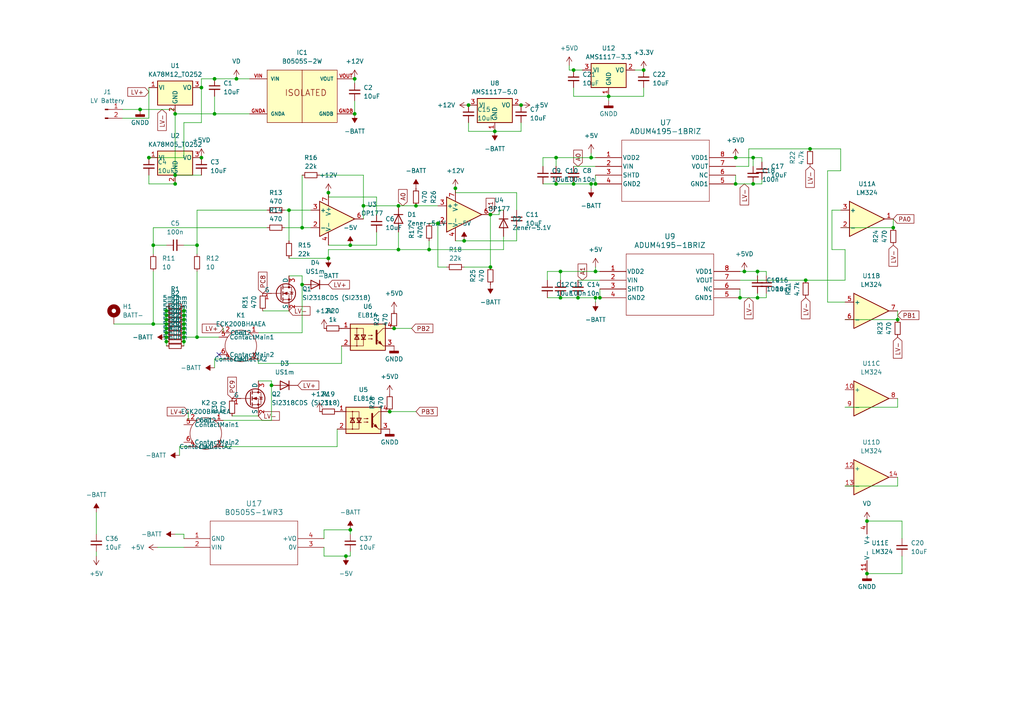
<source format=kicad_sch>
(kicad_sch (version 20230121) (generator eeschema)
  (paper "A4")
  (junction (at 48.26 97.79))
  (junction (at 313.69 24.13))
  (junction (at 506.73 83.82))
  (junction (at 102.87 33.02))
  (junction (at 218.44 53.34))
  (junction (at 497.84 63.5))
  (junction (at 215.9 78.74))
  (junction (at 53.34 95.25))
  (junction (at 115.57 72.39))
  (junction (at 102.87 22.86))
  (junction (at 405.13 120.65))
  (junction (at 53.34 91.44))
  (junction (at 381 52.07))
  (junction (at 342.9 24.13))
  (junction (at 260.35 92.71))
  (junction (at 346.71 69.85))
  (junction (at 57.15 97.79))
  (junction (at 142.24 62.23))
  (junction (at 58.42 45.72))
  (junction (at 48.26 96.52))
  (junction (at 313.69 19.05))
  (junction (at 95.25 74.93))
  (junction (at 173.99 86.36))
  (junction (at 115.57 59.69))
  (junction (at 171.45 45.72))
  (junction (at 62.23 33.02))
  (junction (at 186.69 20.32))
  (junction (at 53.34 93.98))
  (junction (at 467.36 101.6))
  (junction (at 87.63 66.04))
  (junction (at 142.24 77.47))
  (junction (at 218.44 45.72))
  (junction (at 219.71 78.74))
  (junction (at 234.95 43.18))
  (junction (at 151.13 30.48))
  (junction (at 135.89 30.48))
  (junction (at 213.36 45.72))
  (junction (at 171.45 53.34))
  (junction (at 44.45 93.98))
  (junction (at 162.56 78.74))
  (junction (at 334.01 24.13))
  (junction (at 482.6 128.27))
  (junction (at 53.34 92.71))
  (junction (at 335.28 24.13))
  (junction (at 48.26 92.71))
  (junction (at 342.9 19.05))
  (junction (at 213.36 53.34))
  (junction (at 48.26 90.17))
  (junction (at 48.26 93.98))
  (junction (at 318.77 19.05))
  (junction (at 323.85 19.05))
  (junction (at 53.34 97.79))
  (junction (at 172.72 78.74))
  (junction (at 251.46 151.13))
  (junction (at 105.41 59.69))
  (junction (at 351.79 19.05))
  (junction (at 367.03 52.07))
  (junction (at 53.34 99.06))
  (junction (at 100.33 161.29))
  (junction (at 323.85 24.13))
  (junction (at 373.38 52.07))
  (junction (at 495.3 78.74))
  (junction (at 251.46 166.37))
  (junction (at 377.19 146.05))
  (junction (at 172.72 86.36))
  (junction (at 351.79 24.13))
  (junction (at 127 64.77))
  (junction (at 50.8 53.34))
  (junction (at 53.34 96.52))
  (junction (at 259.08 66.04))
  (junction (at 219.71 86.36))
  (junction (at 48.26 95.25))
  (junction (at 68.58 22.86))
  (junction (at 370.84 52.07))
  (junction (at 48.26 99.06))
  (junction (at 40.64 31.75))
  (junction (at 176.53 27.94))
  (junction (at 162.56 86.36))
  (junction (at 132.08 54.61))
  (junction (at 233.68 81.28))
  (junction (at 214.63 86.36))
  (junction (at 78.74 111.76))
  (junction (at 482.6 78.74))
  (junction (at 53.34 90.17))
  (junction (at 143.51 38.1))
  (junction (at 375.92 52.07))
  (junction (at 101.6 153.67))
  (junction (at 43.18 45.72))
  (junction (at 44.45 71.12))
  (junction (at 83.82 60.96))
  (junction (at 120.65 59.69))
  (junction (at 172.72 53.34))
  (junction (at 334.01 19.05))
  (junction (at 95.25 55.88))
  (junction (at 48.26 91.44))
  (junction (at 161.29 45.72))
  (junction (at 134.62 69.85))
  (junction (at 62.23 22.86))
  (junction (at 166.37 53.34))
  (junction (at 378.46 52.07))
  (junction (at 485.14 78.74))
  (junction (at 166.37 20.32))
  (junction (at 58.42 25.4))
  (junction (at 347.98 59.69))
  (junction (at 50.8 33.02))
  (junction (at 101.6 71.12))
  (junction (at 114.3 95.25))
  (junction (at 57.15 71.12))
  (junction (at 113.03 119.38))
  (junction (at 466.09 106.68))
  (junction (at 485.14 83.82))
  (junction (at 167.64 86.36))
  (junction (at 515.62 86.36))
  (junction (at 161.29 53.34))
  (junction (at 50.8 50.8))
  (junction (at 87.63 82.55))
  (junction (at 124.46 72.39))
  (no_connect (at 63.5 102.87))
  (wire (pts (xy 367.03 52.07) (xy 358.14 52.07)))
  (wire (pts (xy 482.6 78.74) (xy 482.6 81.28)))
  (wire (pts (xy 219.71 85.09) (xy 219.71 86.36)))
  (wire (pts (xy 482.6 123.19) (xy 515.62 123.19)))
  (wire (pts (xy 120.65 59.69) (xy 115.57 59.69)))
  (wire (pts (xy 162.56 78.74) (xy 172.72 78.74)))
  (wire (pts (xy 219.71 78.74) (xy 219.71 80.01)))
  (wire (pts (xy 100.33 161.29) (xy 93.98 161.29)))
  (wire (pts (xy 53.34 45.72) (xy 53.34 35.56)))
  (wire (pts (xy 53.34 99.06) (xy 53.34 100.33)))
  (wire (pts (xy 217.17 48.26) (xy 217.17 43.18)))
  (wire (pts (xy 222.25 78.74) (xy 219.71 78.74)))
  (wire (pts (xy 381 52.07) (xy 378.46 52.07)))
  (wire (pts (xy 261.62 161.29) (xy 261.62 166.37)))
  (wire (pts (xy 57.15 97.79) (xy 63.5 97.79)))
  (wire (pts (xy 166.37 20.32) (xy 168.91 20.32)))
  (wire (pts (xy 218.44 53.34) (xy 213.36 53.34)))
  (wire (pts (xy 520.7 78.74) (xy 520.7 128.27)))
  (wire (pts (xy 129.54 77.47) (xy 127 77.47)))
  (wire (pts (xy 87.63 80.01) (xy 87.63 82.55)))
  (wire (pts (xy 114.3 95.25) (xy 119.38 95.25)))
  (wire (pts (xy 334.01 19.05) (xy 342.9 19.05)))
  (wire (pts (xy 166.37 27.94) (xy 176.53 27.94)))
  (wire (pts (xy 144.78 62.23) (xy 142.24 62.23)))
  (wire (pts (xy 83.82 69.85) (xy 83.82 60.96)))
  (wire (pts (xy 144.78 60.96) (xy 144.78 62.23)))
  (wire (pts (xy 220.98 52.07) (xy 220.98 53.34)))
  (wire (pts (xy 83.82 74.93) (xy 95.25 74.93)))
  (wire (pts (xy 482.6 83.82) (xy 485.14 83.82)))
  (wire (pts (xy 113.03 119.38) (xy 120.65 119.38)))
  (wire (pts (xy 149.86 66.04) (xy 149.86 69.85)))
  (wire (pts (xy 497.84 62.23) (xy 497.84 63.5)))
  (wire (pts (xy 245.11 118.11) (xy 260.35 118.11)))
  (wire (pts (xy 172.72 87.63) (xy 172.72 86.36)))
  (wire (pts (xy 97.79 129.54) (xy 97.79 124.46)))
  (wire (pts (xy 50.8 154.94) (xy 53.34 154.94)))
  (wire (pts (xy 77.47 66.04) (xy 44.45 66.04)))
  (wire (pts (xy 157.48 48.26) (xy 157.48 45.72)))
  (wire (pts (xy 375.92 146.05) (xy 377.19 146.05)))
  (wire (pts (xy 142.24 62.23) (xy 142.24 77.47)))
  (wire (pts (xy 220.98 45.72) (xy 218.44 45.72)))
  (wire (pts (xy 431.8 27.94) (xy 430.53 27.94)))
  (wire (pts (xy 506.73 81.28) (xy 506.73 83.82)))
  (wire (pts (xy 109.22 62.23) (xy 109.22 57.15)))
  (wire (pts (xy 165.1 19.05) (xy 165.1 20.32)))
  (wire (pts (xy 64.77 95.25) (xy 64.77 96.52)))
  (wire (pts (xy 158.75 81.28) (xy 158.75 78.74)))
  (wire (pts (xy 124.46 64.77) (xy 127 64.77)))
  (wire (pts (xy 353.06 59.69) (xy 353.06 67.31)))
  (wire (pts (xy 355.6 48.26) (xy 351.79 48.26)))
  (wire (pts (xy 87.63 96.52) (xy 74.93 96.52)))
  (wire (pts (xy 172.72 50.8) (xy 172.72 53.34)))
  (wire (pts (xy 58.42 25.4) (xy 58.42 35.56)))
  (wire (pts (xy 245.11 81.28) (xy 245.11 72.39)))
  (wire (pts (xy 161.29 45.72) (xy 171.45 45.72)))
  (wire (pts (xy 44.45 66.04) (xy 44.45 71.12)))
  (wire (pts (xy 466.09 107.95) (xy 466.09 106.68)))
  (wire (pts (xy 176.53 27.94) (xy 186.69 27.94)))
  (wire (pts (xy 466.09 101.6) (xy 467.36 101.6)))
  (wire (pts (xy 515.62 123.19) (xy 515.62 86.36)))
  (wire (pts (xy 213.36 50.8) (xy 213.36 53.34)))
  (wire (pts (xy 40.64 31.75) (xy 50.8 31.75)))
  (wire (pts (xy 528.32 78.74) (xy 520.7 78.74)))
  (wire (pts (xy 485.14 90.17) (xy 485.14 83.82)))
  (wire (pts (xy 134.62 69.85) (xy 149.86 69.85)))
  (wire (pts (xy 220.98 53.34) (xy 218.44 53.34)))
  (wire (pts (xy 378.46 52.07) (xy 375.92 52.07)))
  (wire (pts (xy 52.07 132.08) (xy 52.07 129.54)))
  (wire (pts (xy 335.28 24.13) (xy 342.9 24.13)))
  (wire (pts (xy 184.15 20.32) (xy 186.69 20.32)))
  (wire (pts (xy 53.34 154.94) (xy 53.34 156.21)))
  (wire (pts (xy 35.56 34.29) (xy 43.18 34.29)))
  (wire (pts (xy 173.99 83.82) (xy 173.99 86.36)))
  (wire (pts (xy 245.11 140.97) (xy 260.35 140.97)))
  (wire (pts (xy 373.38 52.07) (xy 370.84 52.07)))
  (wire (pts (xy 161.29 53.34) (xy 166.37 53.34)))
  (wire (pts (xy 171.45 53.34) (xy 172.72 53.34)))
  (wire (pts (xy 355.6 62.23) (xy 355.6 48.26)))
  (wire (pts (xy 220.98 46.99) (xy 220.98 45.72)))
  (wire (pts (xy 167.64 86.36) (xy 172.72 86.36)))
  (wire (pts (xy 260.35 140.97) (xy 260.35 138.43)))
  (wire (pts (xy 259.08 66.04) (xy 259.08 63.5)))
  (wire (pts (xy 74.93 105.41) (xy 74.93 104.14)))
  (wire (pts (xy 506.73 106.68) (xy 487.68 106.68)))
  (wire (pts (xy 241.3 72.39) (xy 241.3 60.96)))
  (wire (pts (xy 127 77.47) (xy 127 64.77)))
  (wire (pts (xy 243.84 43.18) (xy 243.84 49.53)))
  (wire (pts (xy 135.89 35.56) (xy 135.89 38.1)))
  (wire (pts (xy 102.87 29.21) (xy 102.87 33.02)))
  (wire (pts (xy 234.95 43.18) (xy 243.84 43.18)))
  (wire (pts (xy 101.6 161.29) (xy 100.33 161.29)))
  (wire (pts (xy 217.17 43.18) (xy 234.95 43.18)))
  (wire (pts (xy 109.22 71.12) (xy 109.22 67.31)))
  (wire (pts (xy 497.84 63.5) (xy 497.84 78.74)))
  (wire (pts (xy 482.6 78.74) (xy 485.14 78.74)))
  (wire (pts (xy 53.34 71.12) (xy 57.15 71.12)))
  (wire (pts (xy 83.82 80.01) (xy 87.63 80.01)))
  (wire (pts (xy 218.44 45.72) (xy 218.44 48.26)))
  (wire (pts (xy 132.08 55.88) (xy 132.08 54.61)))
  (wire (pts (xy 132.08 69.85) (xy 134.62 69.85)))
  (wire (pts (xy 52.07 129.54) (xy 54.61 129.54)))
  (wire (pts (xy 355.6 62.23) (xy 358.14 62.23)))
  (wire (pts (xy 261.62 151.13) (xy 251.46 151.13)))
  (wire (pts (xy 99.06 105.41) (xy 99.06 100.33)))
  (wire (pts (xy 462.28 107.95) (xy 466.09 107.95)))
  (wire (pts (xy 146.05 72.39) (xy 146.05 68.58)))
  (wire (pts (xy 214.63 83.82) (xy 214.63 86.36)))
  (wire (pts (xy 146.05 60.96) (xy 144.78 60.96)))
  (wire (pts (xy 115.57 59.69) (xy 105.41 59.69)))
  (wire (pts (xy 176.53 27.94) (xy 176.53 29.21)))
  (wire (pts (xy 43.18 45.72) (xy 53.34 45.72)))
  (wire (pts (xy 48.26 93.98) (xy 48.26 95.25)))
  (wire (pts (xy 172.72 77.47) (xy 172.72 78.74)))
  (wire (pts (xy 157.48 45.72) (xy 161.29 45.72)))
  (wire (pts (xy 342.9 19.05) (xy 351.79 19.05)))
  (wire (pts (xy 115.57 67.31) (xy 115.57 72.39)))
  (wire (pts (xy 171.45 44.45) (xy 171.45 45.72)))
  (wire (pts (xy 166.37 48.26) (xy 172.72 48.26)))
  (wire (pts (xy 420.37 27.94) (xy 422.91 27.94)))
  (wire (pts (xy 95.25 72.39) (xy 95.25 74.93)))
  (wire (pts (xy 99.06 105.41) (xy 74.93 105.41)))
  (wire (pts (xy 342.9 24.13) (xy 351.79 24.13)))
  (wire (pts (xy 157.48 53.34) (xy 161.29 53.34)))
  (wire (pts (xy 109.22 71.12) (xy 101.6 71.12)))
  (wire (pts (xy 240.03 49.53) (xy 240.03 87.63)))
  (wire (pts (xy 466.09 106.68) (xy 467.36 106.68)))
  (wire (pts (xy 303.53 24.13) (xy 313.69 24.13)))
  (wire (pts (xy 241.3 60.96) (xy 243.84 60.96)))
  (wire (pts (xy 87.63 66.04) (xy 90.17 66.04)))
  (wire (pts (xy 82.55 60.96) (xy 83.82 60.96)))
  (wire (pts (xy 92.71 50.8) (xy 105.41 50.8)))
  (wire (pts (xy 260.35 118.11) (xy 260.35 115.57)))
  (wire (pts (xy 115.57 72.39) (xy 95.25 72.39)))
  (wire (pts (xy 515.62 86.36) (xy 495.3 86.36)))
  (wire (pts (xy 313.69 24.13) (xy 323.85 24.13)))
  (wire (pts (xy 511.81 81.28) (xy 511.81 90.17)))
  (wire (pts (xy 346.71 67.31) (xy 346.71 69.85)))
  (wire (pts (xy 101.6 161.29) (xy 101.6 160.02)))
  (wire (pts (xy 53.34 35.56) (xy 58.42 35.56)))
  (wire (pts (xy 506.73 83.82) (xy 506.73 106.68)))
  (wire (pts (xy 77.47 60.96) (xy 57.15 60.96)))
  (wire (pts (xy 62.23 104.14) (xy 64.77 104.14)))
  (wire (pts (xy 33.02 93.98) (xy 44.45 93.98)))
  (wire (pts (xy 43.18 50.8) (xy 43.18 53.34)))
  (wire (pts (xy 83.82 60.96) (xy 90.17 60.96)))
  (wire (pts (xy 74.93 110.49) (xy 78.74 110.49)))
  (wire (pts (xy 53.34 95.25) (xy 53.34 96.52)))
  (wire (pts (xy 143.51 36.83) (xy 143.51 38.1)))
  (wire (pts (xy 27.94 148.59) (xy 27.94 154.94)))
  (wire (pts (xy 124.46 72.39) (xy 115.57 72.39)))
  (wire (pts (xy 171.45 54.61) (xy 171.45 53.34)))
  (wire (pts (xy 53.34 88.9) (xy 53.34 90.17)))
  (wire (pts (xy 323.85 24.13) (xy 334.01 24.13)))
  (wire (pts (xy 135.89 38.1) (xy 143.51 38.1)))
  (wire (pts (xy 165.1 20.32) (xy 166.37 20.32)))
  (wire (pts (xy 109.22 57.15) (xy 95.25 57.15)))
  (wire (pts (xy 53.34 91.44) (xy 53.34 92.71)))
  (wire (pts (xy 495.3 86.36) (xy 495.3 78.74)))
  (wire (pts (xy 318.77 19.05) (xy 323.85 19.05)))
  (wire (pts (xy 48.26 90.17) (xy 48.26 91.44)))
  (wire (pts (xy 53.34 93.98) (xy 53.34 95.25)))
  (wire (pts (xy 54.61 119.38) (xy 54.61 121.92)))
  (wire (pts (xy 76.2 90.17) (xy 83.82 90.17)))
  (wire (pts (xy 261.62 166.37) (xy 251.46 166.37)))
  (wire (pts (xy 167.64 81.28) (xy 173.99 81.28)))
  (wire (pts (xy 381 52.07) (xy 383.54 52.07)))
  (wire (pts (xy 520.7 128.27) (xy 482.6 128.27)))
  (wire (pts (xy 245.11 72.39) (xy 241.3 72.39)))
  (wire (pts (xy 48.26 88.9) (xy 48.26 90.17)))
  (wire (pts (xy 43.18 34.29) (xy 43.18 25.4)))
  (wire (pts (xy 27.94 160.02) (xy 27.94 161.29)))
  (wire (pts (xy 370.84 52.07) (xy 367.03 52.07)))
  (wire (pts (xy 45.72 158.75) (xy 53.34 158.75)))
  (wire (pts (xy 53.34 96.52) (xy 53.34 97.79)))
  (wire (pts (xy 62.23 27.94) (xy 62.23 33.02)))
  (wire (pts (xy 50.8 31.75) (xy 50.8 33.02)))
  (wire (pts (xy 161.29 45.72) (xy 161.29 48.26)))
  (wire (pts (xy 57.15 78.74) (xy 57.15 97.79)))
  (wire (pts (xy 48.26 96.52) (xy 48.26 97.79)))
  (wire (pts (xy 351.79 24.13) (xy 360.68 24.13)))
  (wire (pts (xy 393.7 120.65) (xy 405.13 120.65)))
  (wire (pts (xy 149.86 60.96) (xy 149.86 55.88)))
  (wire (pts (xy 48.26 71.12) (xy 44.45 71.12)))
  (wire (pts (xy 303.53 19.05) (xy 313.69 19.05)))
  (wire (pts (xy 82.55 66.04) (xy 87.63 66.04)))
  (wire (pts (xy 222.25 80.01) (xy 222.25 78.74)))
  (wire (pts (xy 260.35 92.71) (xy 260.35 90.17)))
  (wire (pts (xy 528.32 81.28) (xy 511.81 81.28)))
  (wire (pts (xy 243.84 49.53) (xy 240.03 49.53)))
  (wire (pts (xy 334.01 24.13) (xy 335.28 24.13)))
  (wire (pts (xy 467.36 101.6) (xy 467.36 104.14)))
  (wire (pts (xy 214.63 81.28) (xy 233.68 81.28)))
  (wire (pts (xy 78.74 110.49) (xy 78.74 111.76)))
  (wire (pts (xy 68.58 22.86) (xy 62.23 22.86)))
  (wire (pts (xy 219.71 78.74) (xy 215.9 78.74)))
  (wire (pts (xy 72.39 22.86) (xy 68.58 22.86)))
  (wire (pts (xy 57.15 60.96) (xy 57.15 71.12)))
  (wire (pts (xy 93.98 153.67) (xy 101.6 153.67)))
  (wire (pts (xy 58.42 22.86) (xy 58.42 25.4)))
  (wire (pts (xy 347.98 59.69) (xy 353.06 59.69)))
  (wire (pts (xy 48.26 91.44) (xy 48.26 92.71)))
  (wire (pts (xy 101.6 153.67) (xy 101.6 154.94)))
  (wire (pts (xy 124.46 72.39) (xy 124.46 69.85)))
  (wire (pts (xy 87.63 50.8) (xy 87.63 66.04)))
  (wire (pts (xy 222.25 85.09) (xy 222.25 86.36)))
  (wire (pts (xy 213.36 48.26) (xy 217.17 48.26)))
  (wire (pts (xy 497.84 78.74) (xy 495.3 78.74)))
  (wire (pts (xy 105.41 50.8) (xy 105.41 59.69)))
  (wire (pts (xy 243.84 66.04) (xy 259.08 66.04)))
  (wire (pts (xy 44.45 93.98) (xy 48.26 93.98)))
  (wire (pts (xy 43.18 53.34) (xy 50.8 53.34)))
  (wire (pts (xy 50.8 33.02) (xy 62.23 33.02)))
  (wire (pts (xy 53.34 92.71) (xy 53.34 93.98)))
  (wire (pts (xy 494.03 63.5) (xy 497.84 63.5)))
  (wire (pts (xy 35.56 31.75) (xy 40.64 31.75)))
  (wire (pts (xy 353.06 69.85) (xy 358.14 69.85)))
  (wire (pts (xy 162.56 86.36) (xy 167.64 86.36)))
  (wire (pts (xy 67.31 120.65) (xy 74.93 120.65)))
  (wire (pts (xy 93.98 161.29) (xy 93.98 158.75)))
  (wire (pts (xy 346.71 69.85) (xy 347.98 69.85)))
  (wire (pts (xy 171.45 45.72) (xy 172.72 45.72)))
  (wire (pts (xy 495.3 78.74) (xy 485.14 78.74)))
  (wire (pts (xy 377.19 146.05) (xy 378.46 146.05)))
  (wire (pts (xy 53.34 97.79) (xy 57.15 97.79)))
  (wire (pts (xy 78.74 121.92) (xy 64.77 121.92)))
  (wire (pts (xy 44.45 78.74) (xy 44.45 93.98)))
  (wire (pts (xy 261.62 156.21) (xy 261.62 151.13)))
  (wire (pts (xy 353.06 67.31) (xy 358.14 67.31)))
  (wire (pts (xy 62.23 106.68) (xy 62.23 104.14)))
  (wire (pts (xy 57.15 71.12) (xy 57.15 73.66)))
  (wire (pts (xy 215.9 78.74) (xy 214.63 78.74)))
  (wire (pts (xy 501.65 62.23) (xy 497.84 62.23)))
  (wire (pts (xy 93.98 156.21) (xy 93.98 153.67)))
  (wire (pts (xy 78.74 111.76) (xy 78.74 121.92)))
  (wire (pts (xy 245.11 92.71) (xy 260.35 92.71)))
  (wire (pts (xy 346.71 59.69) (xy 347.98 59.69)))
  (wire (pts (xy 511.81 90.17) (xy 485.14 90.17)))
  (wire (pts (xy 102.87 24.13) (xy 102.87 22.86)))
  (wire (pts (xy 158.75 86.36) (xy 162.56 86.36)))
  (wire (pts (xy 127 59.69) (xy 120.65 59.69)))
  (wire (pts (xy 105.41 59.69) (xy 105.41 63.5)))
  (wire (pts (xy 62.23 33.02) (xy 72.39 33.02)))
  (wire (pts (xy 166.37 25.4) (xy 166.37 27.94)))
  (wire (pts (xy 358.14 52.07) (xy 358.14 57.15)))
  (wire (pts (xy 58.42 50.8) (xy 50.8 50.8)))
  (wire (pts (xy 134.62 77.47) (xy 142.24 77.47)))
  (wire (pts (xy 50.8 50.8) (xy 50.8 53.34)))
  (wire (pts (xy 44.45 71.12) (xy 44.45 73.66)))
  (wire (pts (xy 222.25 86.36) (xy 219.71 86.36)))
  (wire (pts (xy 151.13 38.1) (xy 143.51 38.1)))
  (wire (pts (xy 53.34 90.17) (xy 53.34 91.44)))
  (wire (pts (xy 219.71 86.36) (xy 214.63 86.36)))
  (wire (pts (xy 323.85 19.05) (xy 334.01 19.05)))
  (wire (pts (xy 48.26 95.25) (xy 48.26 96.52)))
  (wire (pts (xy 166.37 53.34) (xy 171.45 53.34)))
  (wire (pts (xy 240.03 87.63) (xy 245.11 87.63)))
  (wire (pts (xy 506.73 83.82) (xy 528.32 83.82)))
  (wire (pts (xy 87.63 82.55) (xy 87.63 96.52)))
  (wire (pts (xy 124.46 72.39) (xy 146.05 72.39)))
  (wire (pts (xy 158.75 78.74) (xy 162.56 78.74)))
  (wire (pts (xy 48.26 99.06) (xy 48.26 100.33)))
  (wire (pts (xy 162.56 78.74) (xy 162.56 81.28)))
  (wire (pts (xy 233.68 81.28) (xy 245.11 81.28)))
  (wire (pts (xy 95.25 55.88) (xy 95.25 57.15)))
  (wire (pts (xy 64.77 129.54) (xy 97.79 129.54)))
  (wire (pts (xy 53.34 97.79) (xy 53.34 99.06)))
  (wire (pts (xy 313.69 19.05) (xy 318.77 19.05)))
  (wire (pts (xy 528.32 86.36) (xy 515.62 86.36)))
  (wire (pts (xy 218.44 45.72) (xy 213.36 45.72)))
  (wire (pts (xy 172.72 86.36) (xy 173.99 86.36)))
  (wire (pts (xy 62.23 22.86) (xy 58.42 22.86)))
  (wire (pts (xy 48.26 92.71) (xy 48.26 93.98)))
  (wire (pts (xy 172.72 78.74) (xy 173.99 78.74)))
  (wire (pts (xy 351.79 19.05) (xy 360.68 19.05)))
  (wire (pts (xy 149.86 55.88) (xy 132.08 55.88)))
  (wire (pts (xy 375.92 52.07) (xy 373.38 52.07)))
  (wire (pts (xy 186.69 25.4) (xy 186.69 27.94)))
  (wire (pts (xy 151.13 35.56) (xy 151.13 38.1)))
  (wire (pts (xy 101.6 71.12) (xy 95.25 71.12)))
  (wire (pts (xy 48.26 97.79) (xy 48.26 99.06)))
  (wire (pts (xy 50.8 33.02) (xy 50.8 50.8)))
  (global_label "A0" (shape input) (at 167.64 48.26 90) (property "Intersheetrefs" "${INTERSHEET_REFS}" (effects hide)))
  (global_label "SWCLK" (shape input) (at 393.7 92.71 0) (property "Intersheetrefs" "${INTERSHEET_REFS}" (effects hide)))
  (global_label "LV-" (shape input) (at 46.99 31.75 270) (property "Intersheetrefs" "${INTERSHEET_REFS}" (effects hide)))
  (global_label "LV+" (shape input) (at 43.18 26.67 180) (property "Intersheetrefs" "${INTERSHEET_REFS}" (effects hide)))
  (global_label "SCK" (shape input) (at 393.7 69.85 0) (property "Intersheetrefs" "${INTERSHEET_REFS}" (effects hide)))
  (global_label "PA0" (shape input) (at 259.08 63.5 0) (property "Intersheetrefs" "${INTERSHEET_REFS}" (effects hide)))
  (global_label "RX" (shape input) (at 462.28 107.95 180) (property "Intersheetrefs" "${INTERSHEET_REFS}" (effects hide)))
  (global_label "LV-" (shape input) (at 259.08 71.12 270) (property "Intersheetrefs" "${INTERSHEET_REFS}" (effects hide)))
  (global_label "PB1" (shape input) (at 393.7 102.87 0) (property "Intersheetrefs" "${INTERSHEET_REFS}" (effects hide)))
  (global_label "LV-" (shape input) (at 217.17 86.36 270) (property "Intersheetrefs" "${INTERSHEET_REFS}" (effects hide)))
  (global_label "LV+" (shape input) (at 54.61 119.38 180) (property "Intersheetrefs" "${INTERSHEET_REFS}" (effects hide)))
  (global_label "PC9" (shape input) (at 358.14 102.87 180) (property "Intersheetrefs" "${INTERSHEET_REFS}" (effects hide)))
  (global_label "MISO" (shape input) (at 393.7 72.39 0) (property "Intersheetrefs" "${INTERSHEET_REFS}" (effects hide)))
  (global_label "A1" (shape input) (at 168.91 81.28 90) (property "Intersheetrefs" "${INTERSHEET_REFS}" (effects hide)))
  (global_label "PB2" (shape input) (at 119.38 95.25 0) (property "Intersheetrefs" "${INTERSHEET_REFS}" (effects hide)))
  (global_label "LV+" (shape input) (at 95.25 82.55 0) (property "Intersheetrefs" "${INTERSHEET_REFS}" (effects hide)))
  (global_label "TX" (shape input) (at 358.14 90.17 180) (property "Intersheetrefs" "${INTERSHEET_REFS}" (effects hide)))
  (global_label "CTRL" (shape input) (at 393.7 64.77 0) (property "Intersheetrefs" "${INTERSHEET_REFS}" (effects hide)))
  (global_label "A0" (shape input) (at 116.84 59.69 90) (property "Intersheetrefs" "${INTERSHEET_REFS}" (effects hide)))
  (global_label "PB3" (shape input) (at 393.7 107.95 0) (property "Intersheetrefs" "${INTERSHEET_REFS}" (effects hide)))
  (global_label "LV-" (shape input) (at 83.82 90.17 0) (property "Intersheetrefs" "${INTERSHEET_REFS}" (effects hide)))
  (global_label "PA0" (shape input) (at 393.7 57.15 0) (property "Intersheetrefs" "${INTERSHEET_REFS}" (effects hide)))
  (global_label "PB2" (shape input) (at 393.7 105.41 0) (property "Intersheetrefs" "${INTERSHEET_REFS}" (effects hide)))
  (global_label "PA8" (shape input) (at 462.28 123.19 180) (property "Intersheetrefs" "${INTERSHEET_REFS}" (effects hide)))
  (global_label "NSS" (shape input) (at 393.7 67.31 0) (property "Intersheetrefs" "${INTERSHEET_REFS}" (effects hide)))
  (global_label "SWCLK" (shape input) (at 425.45 27.94 270) (property "Intersheetrefs" "${INTERSHEET_REFS}" (effects hide)))
  (global_label "NSS" (shape input) (at 453.39 30.48 270) (property "Intersheetrefs" "${INTERSHEET_REFS}" (effects hide)))
  (global_label "PB3" (shape input) (at 120.65 119.38 0) (property "Intersheetrefs" "${INTERSHEET_REFS}" (effects hide)))
  (global_label "LV-" (shape input) (at 215.9 53.34 270) (property "Intersheetrefs" "${INTERSHEET_REFS}" (effects hide)))
  (global_label "LV-" (shape input) (at 234.95 48.26 270) (property "Intersheetrefs" "${INTERSHEET_REFS}" (effects hide)))
  (global_label "CTRL" (shape input) (at 450.85 30.48 270) (property "Intersheetrefs" "${INTERSHEET_REFS}" (effects hide)))
  (global_label "PC9" (shape input) (at 67.31 115.57 90) (property "Intersheetrefs" "${INTERSHEET_REFS}" (effects hide)))
  (global_label "LV-" (shape input) (at 74.93 120.65 0) (property "Intersheetrefs" "${INTERSHEET_REFS}" (effects hide)))
  (global_label "PC8" (shape input) (at 76.2 85.09 90) (property "Intersheetrefs" "${INTERSHEET_REFS}" (effects hide)))
  (global_label "MOSI" (shape input) (at 393.7 74.93 0) (property "Intersheetrefs" "${INTERSHEET_REFS}" (effects hide)))
  (global_label "SCK" (shape input) (at 461.01 30.48 270) (property "Intersheetrefs" "${INTERSHEET_REFS}" (effects hide)))
  (global_label "PA8" (shape input) (at 393.7 77.47 0) (property "Intersheetrefs" "${INTERSHEET_REFS}" (effects hide)))
  (global_label "LV-" (shape input) (at 260.35 97.79 270) (property "Intersheetrefs" "${INTERSHEET_REFS}" (effects hide)))
  (global_label "LV+" (shape input) (at 64.77 95.25 180) (property "Intersheetrefs" "${INTERSHEET_REFS}" (effects hide)))
  (global_label "MOSI" (shape input) (at 458.47 30.48 270) (property "Intersheetrefs" "${INTERSHEET_REFS}" (effects hide)))
  (global_label "PC8" (shape input) (at 358.14 100.33 180) (property "Intersheetrefs" "${INTERSHEET_REFS}" (effects hide)))
  (global_label "PB1" (shape input) (at 260.35 91.44 0) (property "Intersheetrefs" "${INTERSHEET_REFS}" (effects hide)))
  (global_label "A1" (shape input) (at 142.24 62.23 90) (property "Intersheetrefs" "${INTERSHEET_REFS}" (effects hide)))
  (global_label "LV+" (shape input) (at 86.36 111.76 0) (property "Intersheetrefs" "${INTERSHEET_REFS}" (effects hide)))
  (global_label "SWDIO" (shape input) (at 427.99 27.94 270) (property "Intersheetrefs" "${INTERSHEET_REFS}" (effects hide)))
  (global_label "RX" (shape input) (at 358.14 92.71 180) (property "Intersheetrefs" "${INTERSHEET_REFS}" (effects hide)))
  (global_label "TX" (shape input) (at 462.28 83.82 180) (property "Intersheetrefs" "${INTERSHEET_REFS}" (effects hide)))
  (global_label "MISO" (shape input) (at 455.93 30.48 270) (property "Intersheetrefs" "${INTERSHEET_REFS}" (effects hide)))
  (global_label "SWDIO" (shape input) (at 393.7 90.17 0) (property "Intersheetrefs" "${INTERSHEET_REFS}" (effects hide)))
  (global_label "LV-" (shape input) (at 233.68 86.36 270) (property "Intersheetrefs" "${INTERSHEET_REFS}" (effects hide)))
  (symbol (lib_id "Device:C_Small") (at 166.37 50.8 180) (unit 1)
    (property "Reference" "C8" (at 168.91 49.5236 0) (effects (justify right)))
    (property "Value" "10n" (at 168.91 52.0636 0) (effects (justify right)))
    (property "Footprint" "Capacitor_SMD:C_0805_2012Metric_Pad1.18x1.45mm_HandSolder" (effects hide))
  )
  (symbol (lib_id "Device:R_Small") (at 76.2 87.63 0) (unit 1)
    (property "Reference" "R31" (at 71.12 87.63 90))
    (property "Value" "470" (at 73.66 87.63 90))
    (property "Footprint" "Resistor_SMD:R_0805_2012Metric_Pad1.20x1.40mm_HandSolder" (effects hide))
  )
  (symbol (lib_id "power:+5VD") (at 114.3 90.17 0) (unit 1)
    (property "Reference" "#PWR027" (effects hide))
    (property "Value" "+5VD" (at 114.3 85.09 0))
  )
  (symbol (lib_id "Device:R_Small") (at 50.8 99.06 90) (unit 1)
    (property "Reference" "R9" (at 50.8 93.98 90))
    (property "Value" "5mOhm" (at 50.8 96.52 90))
    (property "Footprint" "Resistor_SMD:R_2512_6332Metric_Pad1.40x3.35mm_HandSolder" (effects hide))
  )
  (symbol (lib_id "Device:R_Small") (at 80.01 66.04 270) (unit 1)
    (property "Reference" "R14" (at 80.01 60.96 90))
    (property "Value" "470" (at 80.01 63.5 90))
    (property "Footprint" "Resistor_SMD:R_0805_2012Metric_Pad1.20x1.40mm_HandSolder" (effects hide))
  )
  (symbol (lib_id "ECK200BHAAEA:Contactor") (at 64.77 96.52 0) (unit 1)
    (property "Reference" "K1" (at 69.85 91.44 0))
    (property "Value" "ECK200BHAAEA" (at 69.85 93.98 0))
    (property "Footprint" "Contactor:ECK200BHAAEA" (effects hide))
  )
  (symbol (lib_id "power:+5VD") (at 447.04 102.87 0) (unit 1)
    (property "Reference" "#PWR047" (effects hide))
    (property "Value" "+5VD" (at 447.04 97.79 0))
  )
  (symbol (lib_id "Device:R_Small") (at 80.01 60.96 270) (unit 1)
    (property "Reference" "R13" (at 80.01 55.88 90))
    (property "Value" "470" (at 80.01 58.42 90))
    (property "Footprint" "Resistor_SMD:R_0805_2012Metric_Pad1.20x1.40mm_HandSolder" (effects hide))
  )
  (symbol (lib_id "Device:C_Small") (at 351.79 21.59 180) (unit 1)
    (property "Reference" "C28" (at 354.33 20.3136 0) (effects (justify right)))
    (property "Value" "100n" (at 354.33 22.8536 0) (effects (justify right)))
    (property "Footprint" "Capacitor_SMD:C_0805_2012Metric_Pad1.18x1.45mm_HandSolder" (effects hide))
  )
  (symbol (lib_id "Device:R_Small") (at 114.3 92.71 0) (unit 1)
    (property "Reference" "R27" (at 109.22 92.71 90))
    (property "Value" "470" (at 111.76 92.71 90))
    (property "Footprint" "Resistor_SMD:R_0805_2012Metric_Pad1.20x1.40mm_HandSolder" (effects hide))
  )
  (symbol (lib_id "power:-BATT") (at 172.72 87.63 180) (unit 1)
    (property "Reference" "#PWR017" (effects hide))
    (property "Value" "-BATT" (at 172.72 92.71 0))
  )
  (symbol (lib_id "power:-BATT") (at 102.87 33.02 180) (unit 1)
    (property "Reference" "#PWR03" (effects hide))
    (property "Value" "-BATT" (at 102.87 38.1 0))
  )
  (symbol (lib_id "Device:R_Small") (at 50.8 92.71 90) (unit 1)
    (property "Reference" "R4" (at 50.8 87.63 90))
    (property "Value" "5mOhm" (at 50.8 90.17 90))
    (property "Footprint" "Resistor_SMD:R_2512_6332Metric_Pad1.40x3.35mm_HandSolder" (effects hide))
  )
  (symbol (lib_id "power:GNDD") (at 405.13 128.27 0) (unit 1)
    (property "Reference" "#PWR060" (effects hide))
    (property "Value" "GNDD" (at 405.13 132.08 0))
  )
  (symbol (lib_id "power:+12V") (at 95.25 55.88 0) (unit 1)
    (property "Reference" "#PWR05" (effects hide))
    (property "Value" "+12V" (at 95.25 50.8 0))
  )
  (symbol (lib_id "Device:R_Small") (at 485.14 81.28 180) (unit 1)
    (property "Reference" "R32" (at 490.22 81.28 90))
    (property "Value" "470" (at 487.68 81.28 90))
    (property "Footprint" "Resistor_SMD:R_0805_2012Metric_Pad1.20x1.40mm_HandSolder" (effects hide))
  )
  (symbol (lib_id "Regulator_Linear:AMS1117-3.3") (at 176.53 20.32 0) (unit 1)
    (property "Reference" "U12" (at 176.53 13.97 0))
    (property "Value" "AMS1117-3.3" (at 176.53 16.51 0))
    (property "Footprint" "Package_TO_SOT_SMD:SOT-223-3_TabPin2" (effects hide))
    (property "Datasheet" "http://www.advanced-monolithic.com/pdf/ds1117.pdf" (effects hide))
  )
  (symbol (lib_id "power:+5VD") (at 440.69 66.04 0) (unit 1)
    (property "Reference" "#PWR055" (effects hide))
    (property "Value" "+5VD" (at 440.69 60.96 0))
  )
  (symbol (lib_id "Simulation_SPICE:NMOS") (at 72.39 115.57 0) (unit 1)
    (property "Reference" "Q2" (at 78.74 114.3 0) (effects (justify left)))
    (property "Value" "SI2318CDS (SI2318)" (at 78.74 116.84 0) (effects (justify left)))
    (property "Footprint" "Package_TO_SOT_SMD:SOT-23_Handsoldering" (effects hide))
    (property "Datasheet" "https://ngspice.sourceforge.io/docs/ngspice-manual.pdf" (effects hide))
    (property "Sim.Device" "NMOS" (effects hide))
    (property "Sim.Type" "VDMOS" (effects hide))
    (property "Sim.Pins" "3=D 1=G 2=S" (effects hide))
  )
  (symbol (lib_id "Device:C_Small") (at 313.69 21.59 180) (unit 1)
    (property "Reference" "C24" (at 316.23 20.3136 0) (effects (justify right)))
    (property "Value" "100n" (at 316.23 22.8536 0) (effects (justify right)))
    (property "Footprint" "Capacitor_SMD:C_0805_2012Metric_Pad1.18x1.45mm_HandSolder" (effects hide))
  )
  (symbol (lib_id "Device:R_Small") (at 50.8 93.98 90) (unit 1)
    (property "Reference" "R5" (at 50.8 88.9 90))
    (property "Value" "5mOhm" (at 50.8 91.44 90))
    (property "Footprint" "Resistor_SMD:R_2512_6332Metric_Pad1.40x3.35mm_HandSolder" (effects hide))
  )
  (symbol (lib_id "Device:R") (at 405.13 116.84 180) (unit 1)
    (property "Reference" "R38" (at 407.67 115.57 0) (effects (justify right)))
    (property "Value" "Open Circuit" (at 407.67 118.11 0) (effects (justify right)))
    (property "Footprint" "Resistor_SMD:R_0402_1005Metric" (effects hide))
  )
  (symbol (lib_id "Device:C_Small") (at 135.89 33.02 0) (unit 1)
    (property "Reference" "C15" (at 138.43 31.7563 0) (effects (justify left)))
    (property "Value" "10uF" (at 138.43 34.2963 0) (effects (justify left)))
    (property "Footprint" "Capacitor_SMD:C_1206_3216Metric_Pad1.33x1.80mm_HandSolder" (effects hide))
  )
  (symbol (lib_id "Device:C_Small") (at 261.62 158.75 0) (unit 1)
    (property "Reference" "C20" (at 264.16 157.4863 0) (effects (justify left)))
    (property "Value" "10uF" (at 264.16 160.0263 0) (effects (justify left)))
    (property "Footprint" "Capacitor_SMD:C_1206_3216Metric_Pad1.33x1.80mm_HandSolder" (effects hide))
  )
  (symbol (lib_id "Regulator_Linear:KA78M05_TO252") (at 50.8 45.72 0) (unit 1)
    (property "Reference" "U2" (at 50.8 39.37 0))
    (property "Value" "KA78M05_TO252" (at 50.8 41.91 0))
    (property "Footprint" "Package_TO_SOT_SMD:TO-252-2" (effects hide))
    (property "Datasheet" "https://www.onsemi.com/pub/Collateral/MC78M00-D.PDF" (effects hide))
  )
  (symbol (lib_id "Device:C_Small") (at 303.53 21.59 0) (unit 1)
    (property "Reference" "C23" (at 306.07 20.3263 0) (effects (justify left)))
    (property "Value" "10uF" (at 306.07 22.8663 0) (effects (justify left)))
    (property "Footprint" "Capacitor_SMD:C_1206_3216Metric_Pad1.33x1.80mm_HandSolder" (effects hide))
  )
  (symbol (lib_id "power:+3.3V") (at 420.37 27.94 180) (unit 1)
    (property "Reference" "#PWR041" (effects hide))
    (property "Value" "+3.3V" (at 420.37 33.02 0))
  )
  (symbol (lib_id "Device:C_Small") (at 347.98 57.15 180) (unit 1)
    (property "Reference" "C31" (at 350.52 55.8736 0) (effects (justify right)))
    (property "Value" "22p" (at 350.52 58.4136 0) (effects (justify right)))
    (property "Footprint" "Capacitor_SMD:C_0805_2012Metric_Pad1.18x1.45mm_HandSolder" (effects hide))
  )
  (symbol (lib_id "power:GNDD") (at 453.39 63.5 270) (unit 1)
    (property "Reference" "#PWR052" (effects hide))
    (property "Value" "GNDD" (at 449.58 63.5 90) (effects (justify right)))
  )
  (symbol (lib_id "power:GND1") (at 501.65 67.31 0) (unit 1)
    (property "Reference" "#PWR056" (effects hide))
    (property "Value" "GND1" (at 501.65 72.39 0))
  )
  (symbol (lib_id "Connector:Conn_01x02_Pin") (at 30.48 31.75 0) (unit 1)
    (property "Reference" "J1" (at 31.115 26.67 0))
    (property "Value" "LV Battery" (at 31.115 29.21 0))
    (property "Footprint" "Connector_Phoenix_MSTB:PhoenixContact_MSTBVA_2,5_2-G_1x02_P5.00mm_Vertical" (effects hide))
  )
  (symbol (lib_id "power:GNDD") (at 377.19 146.05 0) (unit 1)
    (property "Reference" "#PWR035" (effects hide))
    (property "Value" "GNDD" (at 377.19 149.86 0))
  )
  (symbol (lib_id "Device:R_Small") (at 482.6 130.81 0) (unit 1)
    (property "Reference" "R36" (at 477.52 130.81 90))
    (property "Value" "470" (at 480.06 130.81 90))
    (property "Footprint" "Resistor_SMD:R_0805_2012Metric_Pad1.20x1.40mm_HandSolder" (effects hide))
  )
  (symbol (lib_id "Device:C_Small") (at 342.9 21.59 180) (unit 1)
    (property "Reference" "C27" (at 345.44 20.3136 0) (effects (justify right)))
    (property "Value" "100n" (at 345.44 22.8536 0) (effects (justify right)))
    (property "Footprint" "Capacitor_SMD:C_0805_2012Metric_Pad1.18x1.45mm_HandSolder" (effects hide))
  )
  (symbol (lib_id "Device:R_Small") (at 113.03 116.84 0) (unit 1)
    (property "Reference" "R28" (at 107.95 116.84 90))
    (property "Value" "470" (at 110.49 116.84 90))
    (property "Footprint" "Resistor_SMD:R_0805_2012Metric_Pad1.20x1.40mm_HandSolder" (effects hide))
  )
  (symbol (lib_id "Device:C_Small") (at 222.25 82.55 0) (unit 1)
    (property "Reference" "C16" (at 224.79 81.2863 0) (effects (justify left)))
    (property "Value" "10uF" (at 224.79 83.8263 0) (effects (justify left)))
    (property "Footprint" "Capacitor_SMD:C_1206_3216Metric_Pad1.33x1.80mm_HandSolder" (effects hide))
  )
  (symbol (lib_id "Device:R_Small") (at 142.24 80.01 0) (unit 1)
    (property "Reference" "R25" (at 137.16 80.01 90))
    (property "Value" "470" (at 139.7 80.01 90))
    (property "Footprint" "Resistor_SMD:R_0805_2012Metric_Pad1.20x1.40mm_HandSolder" (effects hide))
  )
  (symbol (lib_id "Connector:Conn_01x04_Pin") (at 427.99 22.86 270) (unit 1)
    (property "Reference" "J2" (at 426.72 17.78 90))
    (property "Value" "ST-Link" (at 426.72 20.32 90))
    (property "Footprint" "Connector_PinHeader_2.54mm:PinHeader_1x04_P2.54mm_Vertical" (effects hide))
  )
  (symbol (lib_id "power:+3.3V") (at 367.03 52.07 0) (unit 1)
    (property "Reference" "#PWR034" (effects hide))
    (property "Value" "+3.3V" (at 367.03 46.99 0))
  )
  (symbol (lib_id "power:+5V") (at 172.72 77.47 0) (unit 1)
    (property "Reference" "#PWR016" (effects hide))
    (property "Value" "+5V" (at 172.72 72.39 0))
  )
  (symbol (lib_id "Device:C_Small") (at 151.13 33.02 0) (unit 1)
    (property "Reference" "C7" (at 153.67 31.7563 0) (effects (justify left)))
    (property "Value" "10uF" (at 153.67 34.2963 0) (effects (justify left)))
    (property "Footprint" "Capacitor_SMD:C_1206_3216Metric_Pad1.33x1.80mm_HandSolder" (effects hide))
  )
  (symbol (lib_id "Device:C_Small") (at 501.65 64.77 0) (unit 1)
    (property "Reference" "C35" (at 504.19 63.5063 0) (effects (justify left)))
    (property "Value" "10uF" (at 504.19 66.0463 0) (effects (justify left)))
    (property "Footprint" "Capacitor_SMD:C_1206_3216Metric_Pad1.33x1.80mm_HandSolder" (effects hide))
  )
  (symbol (lib_id "power:+5VD") (at 213.36 45.72 0) (unit 1)
    (property "Reference" "#PWR019" (effects hide))
    (property "Value" "+5VD" (at 213.36 40.64 0))
  )
  (symbol (lib_id "Device:R_Small") (at 95.25 119.38 270) (unit 1)
    (property "Reference" "R19" (at 95.25 114.3 90))
    (property "Value" "1k" (at 95.25 116.84 90))
    (property "Footprint" "Resistor_SMD:R_0805_2012Metric_Pad1.20x1.40mm_HandSolder" (effects hide))
  )
  (symbol (lib_id "Device:R_Small") (at 50.8 95.25 90) (unit 1)
    (property "Reference" "R6" (at 50.8 90.17 90))
    (property "Value" "5mOhm" (at 50.8 92.71 90))
    (property "Footprint" "Resistor_SMD:R_2512_6332Metric_Pad1.40x3.35mm_HandSolder" (effects hide))
  )
  (symbol (lib_id "Device:C_Small") (at 220.98 49.53 0) (unit 1)
    (property "Reference" "C17" (at 223.52 48.2663 0) (effects (justify left)))
    (property "Value" "10uF" (at 223.52 50.8063 0) (effects (justify left)))
    (property "Footprint" "Capacitor_SMD:C_1206_3216Metric_Pad1.33x1.80mm_HandSolder" (effects hide))
  )
  (symbol (lib_id "power:+12V") (at 102.87 22.86 0) (unit 1)
    (property "Reference" "#PWR02" (effects hide))
    (property "Value" "+12V" (at 102.87 17.78 0))
  )
  (symbol (lib_id "power:+5V") (at 27.94 161.29 180) (unit 1)
    (property "Reference" "#PWR066" (effects hide))
    (property "Value" "+5V" (at 27.94 166.37 0))
  )
  (symbol (lib_id "Device:C_Small") (at 158.75 83.82 0) (unit 1)
    (property "Reference" "C12" (at 161.29 82.5563 0) (effects (justify left)))
    (property "Value" "10uF" (at 161.29 85.0963 0) (effects (justify left)))
    (property "Footprint" "Capacitor_SMD:C_1206_3216Metric_Pad1.33x1.80mm_HandSolder" (effects hide))
  )
  (symbol (lib_id "Device:C_Small") (at 219.71 82.55 180) (unit 1)
    (property "Reference" "C19" (at 222.25 81.2736 0) (effects (justify right)))
    (property "Value" "100n" (at 222.25 83.8136 0) (effects (justify right)))
    (property "Footprint" "Capacitor_SMD:C_0805_2012Metric_Pad1.18x1.45mm_HandSolder" (effects hide))
  )
  (symbol (lib_id "Device:C_Small") (at 162.56 83.82 180) (unit 1)
    (property "Reference" "C13" (at 165.1 82.5436 0) (effects (justify right)))
    (property "Value" "100n" (at 165.1 85.0836 0) (effects (justify right)))
    (property "Footprint" "Capacitor_SMD:C_0805_2012Metric_Pad1.18x1.45mm_HandSolder" (effects hide))
  )
  (symbol (lib_id "power:-5V") (at 100.33 161.29 180) (unit 1)
    (property "Reference" "#PWR069" (effects hide))
    (property "Value" "-5V" (at 100.33 166.37 0))
  )
  (symbol (lib_id "Device:Crystal") (at 346.71 63.5 90) (unit 1)
    (property "Reference" "Y1" (at 350.52 62.23 90) (effects (justify right)))
    (property "Value" "Crystal" (at 350.52 64.77 90) (effects (justify right)))
    (property "Footprint" "Crystal:Crystal_HC49-U_Vertical" (effects hide))
  )
  (symbol (lib_id "Device:C_Small") (at 346.71 72.39 0) (unit 1)
    (property "Reference" "C30" (at 344.17 73.6664 0) (effects (justify right)))
    (property "Value" "22p" (at 344.17 71.1264 0) (effects (justify right)))
    (property "Footprint" "Capacitor_SMD:C_0805_2012Metric_Pad1.18x1.45mm_HandSolder" (effects hide))
  )
  (symbol (lib_id "Isolator:EL814") (at 106.68 97.79 0) (unit 1)
    (property "Reference" "U6" (at 106.68 88.9 0))
    (property "Value" "EL814" (at 106.68 91.44 0))
    (property "Footprint" "Package_DIP:SMDIP-4_W9.53mm_Clearance8mm" (effects hide))
    (property "Datasheet" "http://www.everlight.com/file/ProductFile/EL814.pdf" (effects hide))
  )
  (symbol (lib_id "power:GNDD") (at 40.64 31.75 0) (unit 1)
    (property "Reference" "#PWR021" (effects hide))
    (property "Value" "GNDD" (at 40.64 35.56 0))
  )
  (symbol (lib_id "ADUM4195-1:ADUM4195-1BRIZ") (at 172.72 45.72 0) (unit 1)
    (property "Reference" "U7" (at 193.04 35.56 0) (effects (font (size 1.524 1.524))))
    (property "Value" "ADUM4195-1BRIZ" (at 193.04 38.1 0) (effects (font (size 1.524 1.524))))
    (property "Footprint" "RI-8-1_ADI" (effects hide))
    (property "Datasheet" "ADUM4195-1BRIZ" (effects hide))
  )
  (symbol (lib_id "power:-BATT") (at 62.23 106.68 90) (unit 1)
    (property "Reference" "#PWR010" (effects hide))
    (property "Value" "-BATT" (at 58.42 106.68 90) (effects (justify left)))
  )
  (symbol (lib_id "Device:R_Small") (at 96.52 95.25 270) (unit 1)
    (property "Reference" "R20" (at 96.52 90.17 90))
    (property "Value" "1k" (at 96.52 92.71 90))
    (property "Footprint" "Resistor_SMD:R_0805_2012Metric_Pad1.20x1.40mm_HandSolder" (effects hide))
  )
  (symbol (lib_id "power:-5V") (at 101.6 71.12 0) (unit 1)
    (property "Reference" "#PWR062" (effects hide))
    (property "Value" "-5V" (at 101.6 66.04 0))
  )
  (symbol (lib_id "Device:R_Small") (at 260.35 95.25 0) (unit 1)
    (property "Reference" "R23" (at 255.27 95.25 90))
    (property "Value" "470" (at 257.81 95.25 90))
    (property "Footprint" "Resistor_SMD:R_0805_2012Metric_Pad1.20x1.40mm_HandSolder" (effects hide))
  )
  (symbol (lib_id "Device:R_Small") (at 485.14 106.68 270) (unit 1)
    (property "Reference" "R35" (at 485.14 101.6 90))
    (property "Value" "470" (at 485.14 104.14 90))
    (property "Footprint" "Resistor_SMD:R_0805_2012Metric_Pad1.20x1.40mm_HandSolder" (effects hide))
  )
  (symbol (lib_id "Device:R_Small") (at 50.8 88.9 90) (unit 1)
    (property "Reference" "R1" (at 50.8 83.82 90))
    (property "Value" "5mOhm" (at 50.8 86.36 90))
    (property "Footprint" "Resistor_SMD:R_2512_6332Metric_Pad1.40x3.35mm_HandSolder" (effects hide))
  )
  (symbol (lib_id "Amplifier_Operational:OP179GS") (at 134.62 62.23 0) (unit 1)
    (property "Reference" "U4" (at 144.78 58.0391 0))
    (property "Value" "OP177" (at 144.78 60.5791 0))
    (property "Footprint" "Package_SO:SOIC-8_3.9x4.9mm_P1.27mm" (effects hide))
    (property "Datasheet" "https://www.analog.com/media/en/technical-documentation/data-sheets/OP179_279.pdf" (effects hide))
  )
  (symbol (lib_id "power:GNDD") (at 467.36 111.76 0) (unit 1)
    (property "Reference" "#PWR045" (effects hide))
    (property "Value" "GNDD" (at 467.36 115.57 0))
  )
  (symbol (lib_id "Device:R_Small") (at 50.8 97.79 90) (unit 1)
    (property "Reference" "R8" (at 50.8 92.71 90))
    (property "Value" "5mOhm" (at 50.8 95.25 90))
    (property "Footprint" "Resistor_SMD:R_2512_6332Metric_Pad1.40x3.35mm_HandSolder" (effects hide))
  )
  (symbol (lib_id "Device:C_Small") (at 161.29 50.8 180) (unit 1)
    (property "Reference" "C10" (at 163.83 49.5236 0) (effects (justify right)))
    (property "Value" "100n" (at 163.83 52.0636 0) (effects (justify right)))
    (property "Footprint" "Capacitor_SMD:C_0805_2012Metric_Pad1.18x1.45mm_HandSolder" (effects hide))
  )
  (symbol (lib_id "power:GND1") (at 482.6 111.76 0) (unit 1)
    (property "Reference" "#PWR050" (effects hide))
    (property "Value" "GND1" (at 482.6 116.84 0))
  )
  (symbol (lib_id "Device:R_Small") (at 50.8 91.44 90) (unit 1)
    (property "Reference" "R3" (at 50.8 86.36 90))
    (property "Value" "5mOhm" (at 50.8 88.9 90))
    (property "Footprint" "Resistor_SMD:R_2512_6332Metric_Pad1.40x3.35mm_HandSolder" (effects hide))
  )
  (symbol (lib_id "power:+5VD") (at 165.1 19.05 0) (unit 1)
    (property "Reference" "#PWR031" (effects hide))
    (property "Value" "+5VD" (at 165.1 13.97 0))
  )
  (symbol (lib_id "Connector:Conn_01x05_Pin") (at 533.4 83.82 180) (unit 1)
    (property "Reference" "J4" (at 534.67 82.55 0) (effects (justify right)))
    (property "Value" "Batt Comm" (at 534.67 85.09 0) (effects (justify right)))
    (property "Footprint" "Connector_PinSocket_2.00mm:PinSocket_1x05_P2.00mm_Vertical" (effects hide))
  )
  (symbol (lib_id "Isolator:6N137") (at 474.98 106.68 0) (mirror y) (unit 1)
    (property "Reference" "U14" (at 474.98 93.98 0))
    (property "Value" "6N137" (at 474.98 96.52 0))
    (property "Footprint" "Package_SO:SSO-8_6.7x9.8mm_P2.54mm_Clearance8mm" (effects hide))
    (property "Datasheet" "https://docs.broadcom.com/docs/AV02-0940EN" (effects hide))
  )
  (symbol (lib_id "power:-BATT") (at 95.25 74.93 180) (unit 1)
    (property "Reference" "#PWR04" (effects hide))
    (property "Value" "-BATT" (at 95.25 80.01 0))
  )
  (symbol (lib_id "power:+3.3V") (at 318.77 19.05 0) (unit 1)
    (property "Reference" "#PWR036" (effects hide))
    (property "Value" "+3.3V" (at 318.77 13.97 0))
  )
  (symbol (lib_id "Device:R_Small") (at 464.82 83.82 270) (unit 1)
    (property "Reference" "R33" (at 464.82 78.74 90))
    (property "Value" "470" (at 464.82 81.28 90))
    (property "Footprint" "Resistor_SMD:R_0805_2012Metric_Pad1.20x1.40mm_HandSolder" (effects hide))
  )
  (symbol (lib_id "Device:D") (at 115.57 63.5 270) (unit 1)
    (property "Reference" "D1" (at 118.11 62.23 90) (effects (justify left)))
    (property "Value" "Zener-5.1V" (at 118.11 64.77 90) (effects (justify left)))
    (property "Footprint" "Diode_SMD:D_SMA-SMB_Universal_Handsoldering" (effects hide))
    (property "Sim.Device" "D" (effects hide))
    (property "Sim.Pins" "1=K 2=A" (effects hide))
  )
  (symbol (lib_id "power:GND1") (at 528.32 88.9 0) (unit 1)
    (property "Reference" "#PWR057" (effects hide))
    (property "Value" "GND1" (at 528.32 93.98 0))
  )
  (symbol (lib_id "power:-BATT") (at 171.45 54.61 180) (unit 1)
    (property "Reference" "#PWR015" (effects hide))
    (property "Value" "-BATT" (at 171.45 59.69 0))
  )
  (symbol (lib_id "Device:C_Small") (at 440.69 68.58 0) (unit 1)
    (property "Reference" "C34" (at 443.23 67.3163 0) (effects (justify left)))
    (property "Value" "10uF" (at 443.23 69.8563 0) (effects (justify left)))
    (property "Footprint" "Capacitor_SMD:C_1206_3216Metric_Pad1.33x1.80mm_HandSolder" (effects hide))
  )
  (symbol (lib_id "Device:R_Small") (at 132.08 77.47 270) (unit 1)
    (property "Reference" "R18" (at 132.08 72.39 90))
    (property "Value" "22k" (at 132.08 74.93 90))
    (property "Footprint" "Resistor_SMD:R_0805_2012Metric_Pad1.20x1.40mm_HandSolder" (effects hide))
  )
  (symbol (lib_name "ADUM4195-1BRIZ_1") (lib_id "ADUM4195-1:ADUM4195-1BRIZ") (at 173.99 78.74 0) (unit 1)
    (property "Reference" "U9" (at 194.31 68.58 0) (effects (font (size 1.524 1.524))))
    (property "Value" "ADUM4195-1BRIZ" (at 194.31 71.12 0) (effects (font (size 1.524 1.524))))
    (property "Footprint" "RI-8-1_ADI" (effects hide))
    (property "Datasheet" "ADUM4195-1BRIZ" (effects hide))
  )
  (symbol (lib_id "power:+5V") (at 171.45 44.45 0) (unit 1)
    (property "Reference" "#PWR014" (effects hide))
    (property "Value" "+5V" (at 171.45 39.37 0))
  )
  (symbol (lib_id "Device:R_Small") (at 464.82 123.19 270) (mirror x) (unit 1)
    (property "Reference" "R37" (at 464.82 128.27 90))
    (property "Value" "470" (at 464.82 125.73 90))
    (property "Footprint" "Resistor_SMD:R_0805_2012Metric_Pad1.20x1.40mm_HandSolder" (effects hide))
  )
  (symbol (lib_id "power:-BATT") (at 143.51 38.1 180) (unit 1)
    (property "Reference" "#PWR012" (effects hide))
    (property "Value" "-BATT" (at 143.51 43.18 0))
  )
  (symbol (lib_id "ECK200BHAAEA:Contactor") (at 54.61 121.92 0) (unit 1)
    (property "Reference" "K2" (at 59.69 116.84 0))
    (property "Value" "ECK200BHAAEA" (at 59.69 119.38 0))
    (property "Footprint" "Contactor:ECK200BHAAEA" (effects hide))
  )
  (symbol (lib_id "Device:C_Small") (at 43.18 48.26 0) (unit 1)
    (property "Reference" "C4" (at 45.72 46.9963 0) (effects (justify left)))
    (property "Value" "10uF" (at 45.72 49.5363 0) (effects (justify left)))
    (property "Footprint" "Capacitor_SMD:C_1206_3216Metric_Pad1.33x1.80mm_HandSolder" (effects hide))
  )
  (symbol (lib_id "B1212S-2WR3:B0505S-2W") (at 87.63 27.94 0) (unit 1)
    (property "Reference" "IC1" (at 87.63 15.24 0))
    (property "Value" "B0505S-2W" (at 87.63 17.78 0))
    (property "Footprint" "B1212S-2WR3:B0505S-2W" (effects hide))
    (property "DigiKey_Part_Number" "2725-B0505S-2W-ND" (effects hide))
    (property "MF" "MORNSUN" (effects hide))
    (property "Purchase-URL" "https://www.snapeda.com/api/url_track_click_mouser/?unipart_id=586697&manufacturer=MORNSUN&part_name=B0505S-2W&search_term=None" (effects hide))
    (property "Package" "None" (effects hide))
    (property "MPN" "B0505S-2W" (effects hide))
    (property "VALUE" "B0505S-2W" (effects hide))
    (property "SnapEDA_Link" "https://www.snapeda.com/parts/B0505S-2W/MORNSUN/view-part/?ref=snap" (effects hide))
    (property "MP" "B0505S-2W" (effects hide))
    (property "Description" "\nIsolated Module DC DC Converter 1 Output 5V 400mA 4.5V - 5.5V Input\n" (effects hide))
    (property "Check_prices" "https://www.snapeda.com/parts/B0505S-2W/MORNSUN/view-part/?ref=eda" (effects hide))
  )
  (symbol (lib_id "power:GNDD") (at 114.3 100.33 0) (unit 1)
    (property "Reference" "#PWR030" (effects hide))
    (property "Value" "GNDD" (at 114.3 104.14 0))
  )
  (symbol (lib_id "power:GNDD") (at 335.28 24.13 0) (unit 1)
    (property "Reference" "#PWR037" (effects hide))
    (property "Value" "GNDD" (at 335.28 27.94 0))
  )
  (symbol (lib_id "power:VD") (at 251.46 151.13 0) (unit 1)
    (property "Reference" "#PWR024" (effects hide))
    (property "Value" "VD" (at 251.46 146.05 0))
  )
  (symbol (lib_id "power:GNDD") (at 351.79 43.18 180) (unit 1)
    (property "Reference" "#PWR040" (effects hide))
    (property "Value" "GNDD" (at 351.79 39.37 0))
  )
  (symbol (lib_id "Device:R_Small") (at 50.8 90.17 90) (unit 1)
    (property "Reference" "R2" (at 50.8 85.09 90))
    (property "Value" "5mOhm" (at 50.8 87.63 90))
    (property "Footprint" "Resistor_SMD:R_2512_6332Metric_Pad1.40x3.35mm_HandSolder" (effects hide))
  )
  (symbol (lib_id "power:+5VD") (at 453.39 66.04 180) (unit 1)
    (property "Reference" "#PWR051" (effects hide))
    (property "Value" "+5VD" (at 453.39 71.12 0))
  )
  (symbol (lib_id "Device:R_Small") (at 233.68 83.82 0) (unit 1)
    (property "Reference" "R21" (at 228.6 83.82 90))
    (property "Value" "4.7k" (at 231.14 83.82 90))
    (property "Footprint" "Resistor_SMD:R_0805_2012Metric_Pad1.20x1.40mm_HandSolder" (effects hide))
  )
  (symbol (lib_id "power:GNDD") (at 176.53 29.21 0) (unit 1)
    (property "Reference" "#PWR032" (effects hide))
    (property "Value" "GNDD" (at 176.53 33.02 0))
  )
  (symbol (lib_id "Amplifier_Operational:LM324") (at 252.73 138.43 0) (unit 4)
    (property "Reference" "U11" (at 252.73 128.27 0))
    (property "Value" "LM324" (at 252.73 130.81 0))
    (property "Footprint" "Package_SO:SOIC-14_3.9x8.7mm_P1.27mm" (effects hide))
    (property "Datasheet" "http://www.ti.com/lit/ds/symlink/lm2902-n.pdf" (effects hide))
  )
  (symbol (lib_id "Device:R_Small") (at 234.95 45.72 0) (unit 1)
    (property "Reference" "R22" (at 229.87 45.72 90))
    (property "Value" "4.7k" (at 232.41 45.72 90))
    (property "Footprint" "Resistor_SMD:R_0805_2012Metric_Pad1.20x1.40mm_HandSolder" (effects hide))
  )
  (symbol (lib_id "power:GNDD") (at 448.31 30.48 0) (unit 1)
    (property "Reference" "#PWR043" (effects hide))
    (property "Value" "GNDD" (at 448.31 34.29 0))
  )
  (symbol (lib_id "Device:C_Small") (at 351.79 45.72 180) (unit 1)
    (property "Reference" "C32" (at 354.33 44.4436 0) (effects (justify right)))
    (property "Value" "100n" (at 354.33 46.9836 0) (effects (justify right)))
    (property "Footprint" "Capacitor_SMD:C_0805_2012Metric_Pad1.18x1.45mm_HandSolder" (effects hide))
  )
  (symbol (lib_id "Amplifier_Operational:LM324") (at 254 158.75 0) (unit 5)
    (property "Reference" "U11" (at 252.73 157.48 0) (effects (justify left)))
    (property "Value" "LM324" (at 252.73 160.02 0) (effects (justify left)))
    (property "Footprint" "Package_SO:SOIC-14_3.9x8.7mm_P1.27mm" (effects hide))
    (property "Datasheet" "http://www.ti.com/lit/ds/symlink/lm2902-n.pdf" (effects hide))
  )
  (symbol (lib_id "power:-BATT") (at 101.6 153.67 0) (unit 1)
    (property "Reference" "#PWR068" (effects hide))
    (property "Value" "-BATT" (at 101.6 148.59 0))
  )
  (symbol (lib_id "power:-BATT") (at 52.07 132.08 90) (unit 1)
    (property "Reference" "#PWR08" (effects hide))
    (property "Value" "-BATT" (at 48.26 132.08 90) (effects (justify left)))
  )
  (symbol (lib_id "power:-BATT") (at 142.24 82.55 180) (unit 1)
    (property "Reference" "#PWR025" (effects hide))
    (property "Value" "-BATT" (at 142.24 87.63 0))
  )
  (symbol (lib_id "Device:R_Small") (at 44.45 76.2 180) (unit 1)
    (property "Reference" "R11" (at 46.99 74.93 0) (effects (justify right)))
    (property "Value" "10" (at 46.99 77.47 0) (effects (justify right)))
    (property "Footprint" "Resistor_SMD:R_0805_2012Metric_Pad1.20x1.40mm_HandSolder" (effects hide))
  )
  (symbol (lib_id "Regulator_Linear:KA78M05_TO252") (at 50.8 25.4 0) (unit 1)
    (property "Reference" "U1" (at 50.8 19.05 0))
    (property "Value" "KA78M12_TO252" (at 50.8 21.59 0))
    (property "Footprint" "Package_TO_SOT_SMD:TO-252-2" (effects hide))
    (property "Datasheet" "https://www.onsemi.com/pub/Collateral/MC78M00-D.PDF" (effects hide))
  )
  (symbol (lib_id "Device:C_Small") (at 101.6 157.48 0) (unit 1)
    (property "Reference" "C37" (at 104.14 156.2163 0) (effects (justify left)))
    (property "Value" "10uF" (at 104.14 158.7563 0) (effects (justify left)))
    (property "Footprint" "Capacitor_SMD:C_1206_3216Metric_Pad1.33x1.80mm_HandSolder" (effects hide))
  )
  (symbol (lib_id "Device:R_Small") (at 466.09 104.14 0) (mirror x) (unit 1)
    (property "Reference" "R34" (at 461.01 104.14 90))
    (property "Value" "470" (at 463.55 104.14 90))
    (property "Footprint" "Resistor_SMD:R_0805_2012Metric_Pad1.20x1.40mm_HandSolder" (effects hide))
  )
  (symbol (lib_id "power:VD") (at 68.58 22.86 0) (unit 1)
    (property "Reference" "#PWR023" (effects hide))
    (property "Value" "VD" (at 68.58 17.78 0))
  )
  (symbol (lib_id "Amplifier_Operational:OP179GS") (at 97.79 63.5 0) (unit 1)
    (property "Reference" "U3" (at 107.95 59.3091 0))
    (property "Value" "OP177" (at 107.95 61.8491 0))
    (property "Footprint" "Package_SO:SOIC-8_3.9x4.9mm_P1.27mm" (effects hide))
    (property "Datasheet" "https://www.analog.com/media/en/technical-documentation/data-sheets/OP179_279.pdf" (effects hide))
  )
  (symbol (lib_id "Device:R_Small") (at 120.65 57.15 180) (unit 1)
    (property "Reference" "R26" (at 125.73 57.15 90))
    (property "Value" "470" (at 123.19 57.15 90))
    (property "Footprint" "Resistor_SMD:R_0805_2012Metric_Pad1.20x1.40mm_HandSolder" (effects hide))
  )
  (symbol (lib_id "Device:R_Small") (at 50.8 100.33 90) (unit 1)
    (property "Reference" "R10" (at 50.8 95.25 90))
    (property "Value" "5mOhm" (at 50.8 97.79 90))
    (property "Footprint" "Resistor_SMD:R_2512_6332Metric_Pad1.40x3.35mm_HandSolder" (effects hide))
  )
  (symbol (lib_id "Device:C_Small") (at 334.01 21.59 180) (unit 1)
    (property "Reference" "C26" (at 336.55 20.3136 0) (effects (justify right)))
    (property "Value" "100n" (at 336.55 22.8536 0) (effects (justify right)))
    (property "Footprint" "Capacitor_SMD:C_0805_2012Metric_Pad1.18x1.45mm_HandSolder" (effects hide))
  )
  (symbol (lib_id "power:-BATT") (at 27.94 148.59 0) (unit 1)
    (property "Reference" "#PWR067" (effects hide))
    (property "Value" "-BATT" (at 27.94 143.51 0))
  )
  (symbol (lib_id "power:GNDD") (at 431.8 27.94 0) (unit 1)
    (property "Reference" "#PWR042" (effects hide))
    (property "Value" "GNDD" (at 431.8 31.75 0))
  )
  (symbol (lib_id "power:-5V") (at 134.62 69.85 0) (unit 1)
    (property "Reference" "#PWR063" (effects hide))
    (property "Value" "-5V" (at 134.62 64.77 0))
  )
  (symbol (lib_id "Amplifier_Operational:LM324") (at 251.46 63.5 0) (unit 1)
    (property "Reference" "U11" (at 251.46 53.34 0))
    (property "Value" "LM324" (at 251.46 55.88 0))
    (property "Footprint" "Package_SO:SOIC-14_3.9x8.7mm_P1.27mm" (effects hide))
    (property "Datasheet" "http://www.ti.com/lit/ds/symlink/lm2902-n.pdf" (effects hide))
  )
  (symbol (lib_id "Device:R_Small") (at 67.31 118.11 0) (unit 1)
    (property "Reference" "R30" (at 62.23 118.11 90))
    (property "Value" "470" (at 64.77 118.11 90))
    (property "Footprint" "Resistor_SMD:R_0805_2012Metric_Pad1.20x1.40mm_HandSolder" (effects hide))
  )
  (symbol (lib_id "power:+5VD") (at 467.36 101.6 0) (unit 1)
    (property "Reference" "#PWR046" (effects hide))
    (property "Value" "+5VD" (at 467.36 96.52 0))
  )
  (symbol (lib_id "power:+5V") (at 45.72 158.75 90) (unit 1)
    (property "Reference" "#PWR064" (effects hide))
    (property "Value" "+5V" (at 41.91 158.75 90) (effects (justify left)))
  )
  (symbol (lib_id "Device:R") (at 405.13 124.46 180) (unit 1)
    (property "Reference" "R39" (at 407.67 123.19 0) (effects (justify right)))
    (property "Value" "SHORT OUT" (at 407.67 125.73 0) (effects (justify right)))
    (property "Footprint" "Resistor_SMD:R_0402_1005Metric" (effects hide))
  )
  (symbol (lib_id "power:+3.3V") (at 186.69 20.32 0) (unit 1)
    (property "Reference" "#PWR033" (effects hide))
    (property "Value" "+3.3V" (at 186.69 15.24 0))
  )
  (symbol (lib_id "Device:C_Small") (at 27.94 157.48 0) (unit 1)
    (property "Reference" "C36" (at 30.48 156.2163 0) (effects (justify left)))
    (property "Value" "10uF" (at 30.48 158.7563 0) (effects (justify left)))
    (property "Footprint" "Capacitor_SMD:C_1206_3216Metric_Pad1.33x1.80mm_HandSolder" (effects hide))
  )
  (symbol (lib_id "Device:D") (at 91.44 82.55 180) (unit 1)
    (property "Reference" "D4" (at 91.44 76.2 0))
    (property "Value" "US1m" (at 91.44 78.74 0))
    (property "Footprint" "Diode_SMD:D_SMA-SMB_Universal_Handsoldering" (effects hide))
    (property "Sim.Device" "D" (effects hide))
    (property "Sim.Pins" "1=K 2=A" (effects hide))
  )
  (symbol (lib_id "Device:C_Small") (at 58.42 48.26 0) (unit 1)
    (property "Reference" "C3" (at 60.96 46.9963 0) (effects (justify left)))
    (property "Value" "10uF" (at 60.96 49.5363 0) (effects (justify left)))
    (property "Footprint" "Capacitor_SMD:C_1206_3216Metric_Pad1.33x1.80mm_HandSolder" (effects hide))
  )
  (symbol (lib_id "power:+5VD") (at 58.42 45.72 0) (unit 1)
    (property "Reference" "#PWR018" (effects hide))
    (property "Value" "+5VD" (at 58.42 40.64 0))
  )
  (symbol (lib_id "power:+3.3V") (at 405.13 113.03 0) (unit 1)
    (property "Reference" "#PWR061" (effects hide))
    (property "Value" "+3.3V" (at 405.13 107.95 0))
  )
  (symbol (lib_id "power:+12V") (at 132.08 54.61 0) (unit 1)
    (property "Reference" "#PWR06" (effects hide))
    (property "Value" "+12V" (at 132.08 49.53 0))
  )
  (symbol (lib_id "Device:R_Small") (at 124.46 67.31 0) (unit 1)
    (property "Reference" "R17" (at 119.38 67.31 90))
    (property "Value" "470" (at 121.92 67.31 90))
    (property "Footprint" "Resistor_SMD:R_0805_2012Metric_Pad1.20x1.40mm_HandSolder" (effects hide))
  )
  (symbol (lib_id "Device:C_Small") (at 62.23 25.4 0) (unit 1)
    (property "Reference" "C1" (at 64.77 24.1363 0) (effects (justify left)))
    (property "Value" "10uF" (at 64.77 26.6763 0) (effects (justify left)))
    (property "Footprint" "Capacitor_SMD:C_1206_3216Metric_Pad1.33x1.80mm_HandSolder" (effects hide))
  )
  (symbol (lib_id "Device:C_Small") (at 167.64 83.82 180) (unit 1)
    (property "Reference" "C14" (at 170.18 82.5436 0) (effects (justify right)))
    (property "Value" "10n" (at 170.18 85.0836 0) (effects (justify right)))
    (property "Footprint" "Capacitor_SMD:C_0805_2012Metric_Pad1.18x1.45mm_HandSolder" (effects hide))
  )
  (symbol (lib_id "power:GNDD") (at 467.36 128.27 0) (unit 1)
    (property "Reference" "#PWR059" (effects hide))
    (property "Value" "GNDD" (at 467.36 132.08 0))
  )
  (symbol (lib_id "Device:C_Small") (at 109.22 64.77 0) (unit 1)
    (property "Reference" "C6" (at 111.76 63.5063 0) (effects (justify left)))
    (property "Value" "10uF" (at 111.76 66.0463 0) (effects (justify left)))
    (property "Footprint" "Capacitor_SMD:C_1206_3216Metric_Pad1.33x1.80mm_HandSolder" (effects hide))
  )
  (symbol (lib_id "power:+12V") (at 135.89 30.48 90) (unit 1)
    (property "Reference" "#PWR011" (effects hide))
    (property "Value" "+12V" (at 132.08 30.48 90) (effects (justify left)))
  )
  (symbol (lib_id "power:+5VD") (at 215.9 78.74 0) (unit 1)
    (property "Reference" "#PWR020" (effects hide))
    (property "Value" "+5VD" (at 215.9 73.66 0))
  )
  (symbol (lib_id "Device:R_Small") (at 83.82 72.39 180) (unit 1)
    (property "Reference" "R15" (at 86.36 71.12 0) (effects (justify right)))
    (property "Value" "22k" (at 86.36 73.66 0) (effects (justify right)))
    (property "Footprint" "Resistor_SMD:R_0805_2012Metric_Pad1.20x1.40mm_HandSolder" (effects hide))
  )
  (symbol (lib_id "Isolator:EL814") (at 105.41 121.92 0) (unit 1)
    (property "Reference" "U5" (at 105.41 113.03 0))
    (property "Value" "EL814" (at 105.41 115.57 0))
    (property "Footprint" "Package_DIP:SMDIP-4_W9.53mm_Clearance8mm" (effects hide))
    (property "Datasheet" "http://www.everlight.com/file/ProductFile/EL814.pdf" (effects hide))
  )
  (symbol (lib_id "B0505-1WR3:B0505S-1WR3") (at 53.34 156.21 0) (unit 1)
    (property "Reference" "U17" (at 73.66 146.05 0) (effects (font (size 1.524 1.524))))
    (property "Value" "B0505S-1WR3" (at 73.66 148.59 0) (effects (font (size 1.524 1.524))))
    (property "Footprint" "B0505S_MNS" (effects hide))
    (property "Datasheet" "B0505S-1WR3" (effects hide))
  )
  (symbol (lib_id "power:+12V") (at 92.71 119.38 0) (unit 1)
    (property "Reference" "#PWR07" (effects hide))
    (property "Value" "+12V" (at 92.71 114.3 0))
  )
  (symbol (lib_id "Amplifier_Operational:LM324") (at 252.73 115.57 0) (unit 3)
    (property "Reference" "U11" (at 252.73 105.41 0))
    (property "Value" "LM324" (at 252.73 107.95 0))
    (property "Footprint" "Package_SO:SOIC-14_3.9x8.7mm_P1.27mm" (effects hide))
    (property "Datasheet" "http://www.ti.com/lit/ds/symlink/lm2902-n.pdf" (effects hide))
  )
  (symbol (lib_id "power:GNDD") (at 346.71 74.93 0) (unit 1)
    (property "Reference" "#PWR038" (effects hide))
    (property "Value" "GNDD" (at 346.71 78.74 0))
  )
  (symbol (lib_id "Isolator:6N137") (at 474.98 83.82 0) (unit 1)
    (property "Reference" "U10" (at 474.98 71.12 0))
    (property "Value" "6N137" (at 474.98 73.66 0))
    (property "Footprint" "Package_SO:SSO-8_6.7x9.8mm_P2.54mm_Clearance8mm" (effects hide))
    (property "Datasheet" "https://docs.broadcom.com/docs/AV02-0940EN" (effects hide))
  )
  (symbol (lib_id "Device:C_Small") (at 102.87 26.67 0) (unit 1)
    (property "Reference" "C2" (at 105.41 25.4063 0) (effects (justify left)))
    (property "Value" "10uF" (at 105.41 27.9463 0) (effects (justify left)))
    (property "Footprint" "Capacitor_SMD:C_1206_3216Metric_Pad1.33x1.80mm_HandSolder" (effects hide))
  )
  (symbol (lib_id "Device:R_Small") (at 259.08 68.58 0) (unit 1)
    (property "Reference" "R24" (at 254 68.58 90))
    (property "Value" "470" (at 256.54 68.58 90))
    (property "Footprint" "Resistor_SMD:R_0805_2012Metric_Pad1.20x1.40mm_HandSolder" (effects hide))
  )
  (symbol (lib_id "Device:C_Small") (at 149.86 63.5 0) (unit 1)
    (property "Reference" "C11" (at 152.4 62.2363 0) (effects (justify left)))
    (property "Value" "10uF" (at 152.4 64.7763 0) (effects (justify left)))
    (property "Footprint" "Capacitor_SMD:C_1206_3216Metric_Pad1.33x1.80mm_HandSolder" (effects hide))
  )
  (symbol (lib_id "Simulation_SPICE:NMOS") (at 81.28 85.09 0) (unit 1)
    (property "Reference" "Q1" (at 87.63 83.82 0) (effects (justify left)))
    (property "Value" "SI2318CDS (SI2318)" (at 87.63 86.36 0) (effects (justify left)))
    (property "Footprint" "Package_TO_SOT_SMD:SOT-23_Handsoldering" (effects hide))
    (property "Datasheet" "https://ngspice.sourceforge.io/docs/ngspice-manual.pdf" (effects hide))
    (property "Sim.Device" "NMOS" (effects hide))
    (property "Sim.Type" "VDMOS" (effects hide))
    (property "Sim.Pins" "3=D 1=G 2=S" (effects hide))
  )
  (symbol (lib_id "Device:D") (at 82.55 111.76 180) (unit 1)
    (property "Reference" "D3" (at 82.55 105.41 0))
    (property "Value" "US1m" (at 82.55 107.95 0))
    (property "Footprint" "Diode_SMD:D_SMA-SMB_Universal_Handsoldering" (effects hide))
    (property "Sim.Device" "D" (effects hide))
    (property "Sim.Pins" "1=K 2=A" (effects hide))
  )
  (symbol (lib_id "B0505-1WR3:B0505S-1WR3") (at 453.39 63.5 0) (unit 1)
    (property "Reference" "U15" (at 473.71 53.34 0) (effects (font (size 1.524 1.524))))
    (property "Value" "B0505S-1WR3" (at 473.71 55.88 0) (effects (font (size 1.524 1.524))))
    (property "Footprint" "B0505S_MNS" (effects hide))
    (property "Datasheet" "B0505S-1WR3" (effects hide))
  )
  (symbol (lib_id "Device:C_Small") (at 50.8 71.12 90) (unit 1)
    (property "Reference" "C5" (at 50.8063 64.77 90))
    (property "Value" "100n" (at 50.8063 67.31 90))
    (property "Footprint" "Capacitor_SMD:C_0805_2012Metric_Pad1.18x1.45mm_HandSolder" (effects hide))
  )
  (symbol (lib_id "Device:C_Small") (at 186.69 22.86 0) (unit 1)
    (property "Reference" "C22" (at 189.23 21.5963 0) (effects (justify left)))
    (property "Value" "10uF" (at 189.23 24.1363 0) (effects (justify left)))
    (property "Footprint" "Capacitor_SMD:C_1206_3216Metric_Pad1.33x1.80mm_HandSolder" (effects hide))
  )
  (symbol (lib_id "power:-BATT") (at 120.65 54.61 0) (unit 1)
    (property "Reference" "#PWR026" (effects hide))
    (property "Value" "-BATT" (at 120.65 49.53 0))
  )
  (symbol (lib_id "Device:C_Small") (at 166.37 22.86 0) (unit 1)
    (property "Reference" "C21" (at 168.91 21.5963 0) (effects (justify left)))
    (property "Value" "10uF" (at 168.91 24.1363 0) (effects (justify left)))
    (property "Footprint" "Capacitor_SMD:C_1206_3216Metric_Pad1.33x1.80mm_HandSolder" (effects hide))
  )
  (symbol (lib_id "Device:D") (at 146.05 64.77 270) (unit 1)
    (property "Reference" "D2" (at 148.59 63.5 90) (effects (justify left)))
    (property "Value" "Zener-5.1V" (at 148.59 66.04 90) (effects (justify left)))
    (property "Footprint" "Diode_SMD:D_SMA-SMB_Universal_Handsoldering" (effects hide))
    (property "Sim.Device" "D" (effects hide))
    (property "Sim.Pins" "1=K 2=A" (effects hide))
  )
  (symbol (lib_id "power:GNDD") (at 440.69 71.12 0) (unit 1)
    (property "Reference" "#PWR054" (effects hide))
    (property "Value" "GNDD" (at 440.69 74.93 0))
  )
  (symbol (lib_id "Device:R_Small") (at 350.52 69.85 90) (unit 1)
    (property "Reference" "R29" (at 350.52 74.93 90))
    (property "Value" "10k" (at 350.52 72.39 90))
    (property "Footprint" "Resistor_SMD:R_0805_2012Metric_Pad1.20x1.40mm_HandSolder" (effects hide))
  )
  (symbol (lib_id "Isolator:EL814") (at 474.98 125.73 0) (unit 1)
    (property "Reference" "U16" (at 474.98 116.84 0))
    (property "Value" "EL814" (at 474.98 119.38 0))
    (property "Footprint" "Package_DIP:SMDIP-4_W9.53mm_Clearance8mm" (effects hide))
    (property "Datasheet" "http://www.everlight.com/file/ProductFile/EL814.pdf" (effects hide))
  )
  (symbol (lib_id "Device:R_Small") (at 90.17 50.8 270) (unit 1)
    (property "Reference" "R16" (at 90.17 45.72 90))
    (property "Value" "22k" (at 90.17 48.26 90))
    (property "Footprint" "Resistor_SMD:R_0805_2012Metric_Pad1.20x1.40mm_HandSolder" (effects hide))
  )
  (symbol (lib_id "power:+12V") (at 93.98 95.25 0) (unit 1)
    (property "Reference" "#PWR09" (effects hide))
    (property "Value" "+12V" (at 93.98 90.17 0))
  )
  (symbol (lib_id "power:GND1") (at 482.6 133.35 0) (unit 1)
    (property "Reference" "#PWR058" (effects hide))
    (property "Value" "GND1" (at 482.6 138.43 0))
  )
  (symbol (lib_id "Regulator_Linear:AMS1117-5.0") (at 143.51 30.48 0) (unit 1)
    (property "Reference" "U8" (at 143.51 24.13 0))
    (property "Value" "AMS1117-5.0" (at 143.51 26.67 0))
    (property "Footprint" "Package_TO_SOT_SMD:SOT-223-3_TabPin2" (effects hide))
    (property "Datasheet" "http://www.advanced-monolithic.com/pdf/ds1117.pdf" (effects hide))
  )
  (symbol (lib_id "power:+5VD") (at 113.03 114.3 0) (unit 1)
    (property "Reference" "#PWR028" (effects hide))
    (property "Value" "+5VD" (at 113.03 109.22 0))
  )
  (symbol (lib_id "MCU_ST_STM32G4:STM32G474RETx") (at 375.92 100.33 0) (unit 1)
    (property "Reference" "U13" (at 380.6541 146.05 0) (effects (justify left)))
    (property "Value" "STM32G474RETx" (at 380.6541 148.59 0) (effects (justify left)))
    (property "Footprint" "Package_QFP:LQFP-64_10x10mm_P0.5mm" (effects hide))
    (property "Datasheet" "https://www.st.com/resource/en/datasheet/stm32g474re.pdf" (effects hide))
  )
  (symbol (lib_id "Device:C_Small") (at 157.48 50.8 0) (unit 1)
    (property "Reference" "C9" (at 160.02 49.5363 0) (effects (justify left)))
    (property "Value" "10uF" (at 160.02 52.0763 0) (effects (justify left)))
    (property "Footprint" "Capacitor_SMD:C_1206_3216Metric_Pad1.33x1.80mm_HandSolder" (effects hide))
  )
  (symbol (lib_id "power:-BATT") (at 48.26 97.79 90) (unit 1)
    (property "Reference" "#PWR01" (effects hide))
    (property "Value" "-BATT" (at 44.45 97.79 90) (effects (justify left)))
  )
  (symbol (lib_id "Device:C_Small") (at 447.04 105.41 180) (unit 1)
    (property "Reference" "C33" (at 449.58 104.1336 0) (effects (justify right)))
    (property "Value" "100n" (at 449.58 106.6736 0) (effects (justify right)))
    (property "Footprint" "Capacitor_SMD:C_0805_2012Metric_Pad1.18x1.45mm_HandSolder" (effects hide))
  )
  (symbol (lib_id "power:GNDD") (at 347.98 54.61 180) (unit 1)
    (property "Reference" "#PWR039" (effects hide))
    (property "Value" "GNDD" (at 347.98 50.8 0))
  )
  (symbol (lib_id "power:GND1") (at 494.03 66.04 0) (unit 1)
    (property "Reference" "#PWR053" (effects hide))
    (property "Value" "GND1" (at 494.03 71.12 0))
  )
  (symbol (lib_id "power:-BATT") (at 50.8 154.94 90) (unit 1)
    (property "Reference" "#PWR065" (effects hide))
    (property "Value" "-BATT" (at 46.99 154.94 90) (effects (justify left)))
  )
  (symbol (lib_id "Mechanical:MountingHole_Pad") (at 33.02 91.44 0) (unit 1)
    (property "Reference" "H1" (at 35.56 88.9 0) (effects (justify left)))
    (property "Value" "BATT-" (at 35.56 91.44 0) (effects (justify left)))
    (property "Footprint" "MountingHole:MountingHole_8.4mm_M8_Pad" (effects hide))
  )
  (symbol (lib_id "power:GNDD") (at 467.36 88.9 0) (unit 1)
    (property "Reference" "#PWR044" (effects hide))
    (property "Value" "GNDD" (at 467.36 92.71 0))
  )
  (symbol (lib_id "Device:R_Small") (at 57.15 76.2 180) (unit 1)
    (property "Reference" "R12" (at 59.69 74.93 0) (effects (justify right)))
    (property "Value" "10" (at 59.69 77.47 0) (effects (justify right)))
    (property "Footprint" "Resistor_SMD:R_0805_2012Metric_Pad1.20x1.40mm_HandSolder" (effects hide))
  )
  (symbol (lib_id "Device:R_Small") (at 50.8 96.52 90) (unit 1)
    (property "Reference" "R7" (at 50.8 91.44 90))
    (property "Value" "5mOhm" (at 50.8 93.98 90))
    (property "Footprint" "Resistor_SMD:R_2512_6332Metric_Pad1.40x3.35mm_HandSolder" (effects hide))
  )
  (symbol (lib_id "power:GNDD") (at 251.46 166.37 0) (unit 1)
    (property "Reference" "#PWR022" (effects hide))
    (property "Value" "GNDD" (at 251.46 170.18 0))
  )
  (symbol (lib_id "Device:C_Small") (at 360.68 21.59 180) (unit 1)
    (property "Reference" "C29" (at 363.22 20.3136 0) (effects (justify right)))
    (property "Value" "100n" (at 363.22 22.8536 0) (effects (justify right)))
    (property "Footprint" "Capacitor_SMD:C_0805_2012Metric_Pad1.18x1.45mm_HandSolder" (effects hide))
  )
  (symbol (lib_id "power:+5V") (at 151.13 30.48 270) (unit 1)
    (property "Reference" "#PWR013" (effects hide))
    (property "Value" "+5V" (at 154.94 30.48 90) (effects (justify left)))
  )
  (symbol (lib_id "power:GNDD") (at 447.04 107.95 0) (unit 1)
    (property "Reference" "#PWR048" (effects hide))
    (property "Value" "GNDD" (at 447.04 111.76 0))
  )
  (symbol (lib_id "Connector:Conn_01x06_Pin") (at 455.93 25.4 270) (unit 1)
    (property "Reference" "J3" (at 454.66 20.32 90))
    (property "Value" "Conn_01x06_Pin" (at 454.66 22.86 90))
    (property "Footprint" "Connector_PinSocket_2.54mm:PinSocket_1x06_P2.54mm_Vertical" (effects hide))
  )
  (symbol (lib_id "power:GNDD") (at 113.03 124.46 0) (unit 1)
    (property "Reference" "#PWR029" (effects hide))
    (property "Value" "GNDD" (at 113.03 128.27 0))
  )
  (symbol (lib_id "Device:C_Small") (at 323.85 21.59 180) (unit 1)
    (property "Reference" "C25" (at 326.39 20.3136 0) (effects (justify right)))
    (property "Value" "100n" (at 326.39 22.8536 0) (effects (justify right)))
    (property "Footprint" "Capacitor_SMD:C_0805_2012Metric_Pad1.18x1.45mm_HandSolder" (effects hide))
  )
  (symbol (lib_id "power:GND1") (at 482.6 88.9 0) (unit 1)
    (property "Reference" "#PWR049" (effects hide))
    (property "Value" "GND1" (at 482.6 93.98 0))
  )
  (symbol (lib_id "Amplifier_Operational:LM324") (at 252.73 90.17 0) (unit 2)
    (property "Reference" "U11" (at 252.73 80.01 0))
    (property "Value" "LM324" (at 252.73 82.55 0))
    (property "Footprint" "Package_SO:SOIC-14_3.9x8.7mm_P1.27mm" (effects hide))
    (property "Datasheet" "http://www.ti.com/lit/ds/symlink/lm2902-n.pdf" (effects hide))
  )
  (symbol (lib_id "Device:C_Small") (at 218.44 50.8 180) (unit 1)
    (property "Reference" "C18" (at 220.98 49.5236 0) (effects (justify right)))
    (property "Value" "100n" (at 220.98 52.0636 0) (effects (justify right)))
    (property "Footprint" "Capacitor_SMD:C_0805_2012Metric_Pad1.18x1.45mm_HandSolder" (effects hide))
  )
)
</source>
